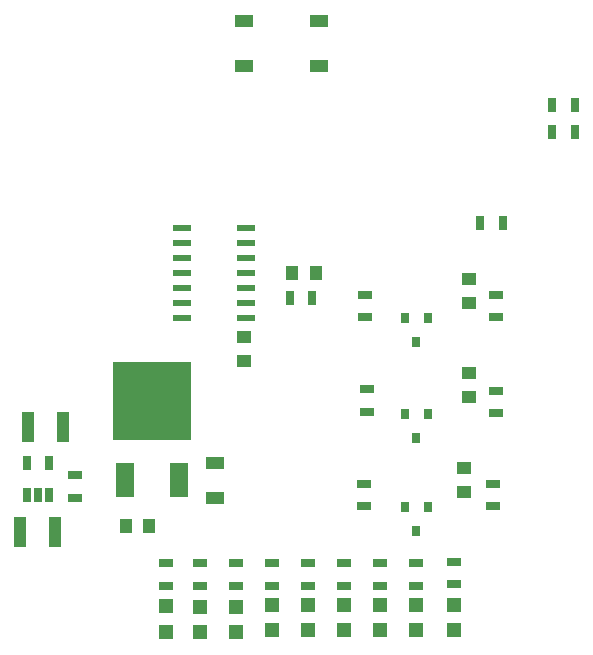
<source format=gbr>
G04 #@! TF.FileFunction,Paste,Top*
%FSLAX46Y46*%
G04 Gerber Fmt 4.6, Leading zero omitted, Abs format (unit mm)*
G04 Created by KiCad (PCBNEW 4.0.2-4+6225~38~ubuntu14.04.1-stable) date Thu 30 Mar 2017 04:50:54 PM CEST*
%MOMM*%
G01*
G04 APERTURE LIST*
%ADD10C,0.100000*%
%ADD11R,1.500000X0.600000*%
%ADD12R,1.300000X0.700000*%
%ADD13R,1.198880X1.198880*%
%ADD14R,1.250000X1.000000*%
%ADD15R,1.000000X1.250000*%
%ADD16R,1.000000X2.500000*%
%ADD17R,0.800000X0.900000*%
%ADD18R,0.700000X1.300000*%
%ADD19R,1.600000X1.000000*%
%ADD20R,0.740000X1.190000*%
%ADD21R,6.700000X6.700000*%
%ADD22R,1.600000X3.000000*%
%ADD23R,1.200000X1.200000*%
G04 APERTURE END LIST*
D10*
D11*
X114460000Y-149225000D03*
X114460000Y-147955000D03*
X114460000Y-146685000D03*
X114460000Y-145415000D03*
X114460000Y-144145000D03*
X114460000Y-142875000D03*
X114460000Y-141605000D03*
X109060000Y-141605000D03*
X109060000Y-142875000D03*
X109060000Y-144145000D03*
X109060000Y-145415000D03*
X109060000Y-146685000D03*
X109060000Y-147955000D03*
X109060000Y-149225000D03*
D12*
X116713000Y-169992000D03*
X116713000Y-171892000D03*
D13*
X116713000Y-173575980D03*
X116713000Y-175674020D03*
D14*
X114300000Y-150892000D03*
X114300000Y-152892000D03*
D15*
X104283000Y-166878000D03*
X106283000Y-166878000D03*
D16*
X95337500Y-167322500D03*
X98337500Y-167322500D03*
X95972500Y-158432500D03*
X98972500Y-158432500D03*
D14*
X132969000Y-163941000D03*
X132969000Y-161941000D03*
X133350000Y-155940000D03*
X133350000Y-153940000D03*
X133350000Y-147939000D03*
X133350000Y-145939000D03*
D13*
X110617000Y-173702980D03*
X110617000Y-175801020D03*
X113665000Y-173702980D03*
X113665000Y-175801020D03*
X125857000Y-173575980D03*
X125857000Y-175674020D03*
X128905000Y-173575980D03*
X128905000Y-175674020D03*
X132080000Y-173575980D03*
X132080000Y-175674020D03*
D17*
X129855000Y-165243000D03*
X127955000Y-165243000D03*
X128905000Y-167243000D03*
X129855000Y-157369000D03*
X127955000Y-157369000D03*
X128905000Y-159369000D03*
X129855000Y-149241000D03*
X127955000Y-149241000D03*
X128905000Y-151241000D03*
D18*
X118176000Y-147574000D03*
X120076000Y-147574000D03*
X136205000Y-141224000D03*
X134305000Y-141224000D03*
X140401000Y-131191000D03*
X142301000Y-131191000D03*
X140401000Y-133477000D03*
X142301000Y-133477000D03*
D12*
X100012500Y-164462500D03*
X100012500Y-162562500D03*
X110617000Y-169992000D03*
X110617000Y-171892000D03*
X113665000Y-169992000D03*
X113665000Y-171892000D03*
X124460000Y-163261000D03*
X124460000Y-165161000D03*
X124714000Y-155260000D03*
X124714000Y-157160000D03*
X124587000Y-147259000D03*
X124587000Y-149159000D03*
X125857000Y-171892000D03*
X125857000Y-169992000D03*
X128905000Y-171892000D03*
X128905000Y-169992000D03*
X132080000Y-171765000D03*
X132080000Y-169865000D03*
X135382000Y-165161000D03*
X135382000Y-163261000D03*
X135636000Y-157287000D03*
X135636000Y-155387000D03*
X135636000Y-149159000D03*
X135636000Y-147259000D03*
D19*
X120675000Y-127884000D03*
X114275000Y-127884000D03*
X120675000Y-124084000D03*
X114275000Y-124084000D03*
D20*
X95887500Y-161527500D03*
X97787500Y-161527500D03*
X96837500Y-164227500D03*
X95887500Y-164227500D03*
X97787500Y-164227500D03*
D13*
X119761000Y-173575980D03*
X119761000Y-175674020D03*
X122809000Y-173575980D03*
X122809000Y-175674020D03*
D12*
X119761000Y-169992000D03*
X119761000Y-171892000D03*
X122809000Y-169992000D03*
X122809000Y-171892000D03*
D19*
X111810800Y-164491800D03*
X111810800Y-161491800D03*
D15*
X118380000Y-145415000D03*
X120380000Y-145415000D03*
D21*
X106502200Y-156286200D03*
D22*
X108802200Y-162936200D03*
X104202200Y-162936200D03*
D23*
X107696000Y-173652000D03*
X107696000Y-175852000D03*
D12*
X107696000Y-171892000D03*
X107696000Y-169992000D03*
M02*

</source>
